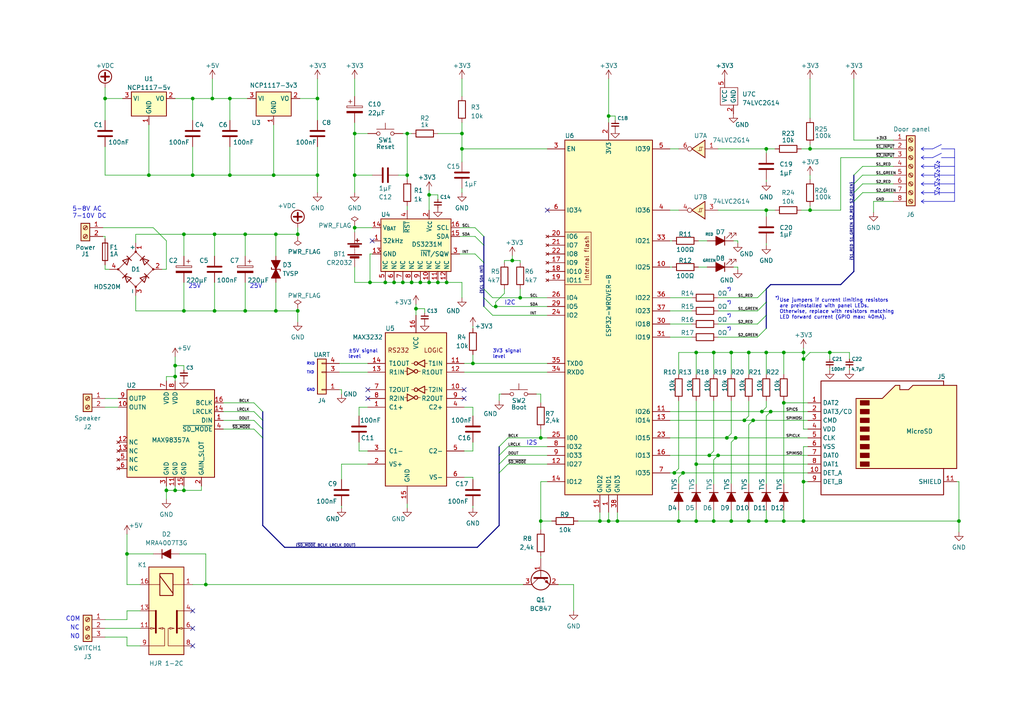
<source format=kicad_sch>
(kicad_sch (version 20230121) (generator eeschema)
  (paper "A4")
  (title_block (title "Dual-button WiFi enabled door bell") (date "2023-07-17") (rev "1.2") (company "espenandersen.no"))
  (junction (at 48.26 142.24))
  (junction (at 118.11 50.8))
  (junction (at 210.82 127))
  (junction (at 150.876 86.36))
  (junction (at 156.845 127))
  (junction (at 66.675 28.575))
  (junction (at 55.88 50.8))
  (junction (at 120.65 89.535))
  (junction (at 201.93 151.13))
  (junction (at 176.53 151.13))
  (junction (at 207.01 151.13))
  (junction (at 80.01 90.17))
  (junction (at 50.8 109.22))
  (junction (at 62.23 90.17))
  (junction (at 223.52 119.38))
  (junction (at 201.93 134.62))
  (junction (at 148.59 75.565))
  (junction (at 213.36 127))
  (junction (at 217.17 102.235))
  (junction (at 133.985 43.18))
  (junction (at 220.98 119.38))
  (junction (at 55.88 28.575))
  (junction (at 116.84 81.915))
  (junction (at 233.045 104.14))
  (junction (at 217.17 151.13))
  (junction (at 86.36 67.945))
  (junction (at 173.99 151.13))
  (junction (at 107.315 81.915))
  (junction (at 278.13 151.13))
  (junction (at 79.375 50.8))
  (junction (at 233.045 151.13))
  (junction (at 50.8 106.045))
  (junction (at 62.23 67.945))
  (junction (at 127 81.915))
  (junction (at 205.74 132.08))
  (junction (at 43.18 50.8))
  (junction (at 114.3 81.915))
  (junction (at 53.34 90.17))
  (junction (at 66.675 50.8))
  (junction (at 124.46 81.915))
  (junction (at 61.595 28.575))
  (junction (at 50.8 142.24))
  (junction (at 92.075 28.575))
  (junction (at 102.87 66.04))
  (junction (at 86.36 90.17))
  (junction (at 111.76 81.915))
  (junction (at 133.985 38.735))
  (junction (at 156.845 151.13))
  (junction (at 212.09 151.13))
  (junction (at 102.87 50.8))
  (junction (at 212.09 102.235))
  (junction (at 234.95 43.18))
  (junction (at 201.93 102.235))
  (junction (at 118.11 38.735))
  (junction (at 227.33 151.13))
  (junction (at 71.12 90.17))
  (junction (at 119.38 81.915))
  (junction (at 234.95 60.96))
  (junction (at 207.01 102.235))
  (junction (at 179.07 151.13))
  (junction (at 196.85 151.13))
  (junction (at 137.16 105.41))
  (junction (at 233.045 102.235))
  (junction (at 129.54 81.915))
  (junction (at 80.01 67.945))
  (junction (at 227.33 116.84))
  (junction (at 227.33 102.235))
  (junction (at 102.87 38.735))
  (junction (at 30.48 28.575))
  (junction (at 240.665 102.235))
  (junction (at 176.53 33.655))
  (junction (at 222.25 151.13))
  (junction (at 233.045 139.7))
  (junction (at 218.44 121.92))
  (junction (at 143.764 88.9))
  (junction (at 53.34 142.24))
  (junction (at 92.075 50.8))
  (junction (at 121.92 81.915))
  (junction (at 71.12 67.945))
  (junction (at 195.58 137.16))
  (junction (at 208.28 132.08))
  (junction (at 59.69 169.545))
  (junction (at 198.12 137.16))
  (junction (at 124.46 56.515))
  (junction (at 222.25 43.18))
  (junction (at 215.9 121.92))
  (junction (at 36.83 160.655))
  (junction (at 222.25 102.235))
  (junction (at 53.34 67.945))
  (junction (at 222.25 60.96))
  (no_connect (at 134.62 113.03))
  (no_connect (at 55.88 187.325))
  (no_connect (at 106.68 115.57))
  (no_connect (at 107.95 69.85))
  (no_connect (at 158.75 60.96))
  (no_connect (at 55.88 177.165))
  (no_connect (at 55.88 182.245))
  (no_connect (at 106.68 113.03))
  (no_connect (at 134.62 115.57))
  (bus_entry (at 247.65 53.34) (size 2.54 -2.54))
  (bus_entry (at 219.71 97.79) (size 2.54 -2.54))
  (bus_entry (at 144.78 132.08) (size 2.54 -2.54))
  (bus_entry (at 142.875 86.36) (size -2.54 -2.54))
  (bus_entry (at 144.78 129.54) (size 2.54 -2.54))
  (bus_entry (at 219.71 93.98) (size 2.54 -2.54))
  (bus_entry (at 219.71 90.17) (size 2.54 -2.54))
  (bus_entry (at 247.65 55.88) (size 2.54 -2.54))
  (bus_entry (at 144.78 134.62) (size 2.54 -2.54))
  (bus_entry (at 76.2 119.38) (size -2.54 -2.54))
  (bus_entry (at 137.795 66.04) (size 2.54 2.54))
  (bus_entry (at 76.2 121.92) (size -2.54 -2.54))
  (bus_entry (at 137.795 73.66) (size 2.54 2.54))
  (bus_entry (at 142.875 88.9) (size -2.54 -2.54))
  (bus_entry (at 142.875 91.44) (size -2.54 -2.54))
  (bus_entry (at 219.71 86.36) (size 2.54 -2.54))
  (bus_entry (at 247.65 50.8) (size 2.54 -2.54))
  (bus_entry (at 247.65 58.42) (size 2.54 -2.54))
  (bus_entry (at 73.66 121.92) (size 2.54 2.54))
  (bus_entry (at 137.795 68.58) (size 2.54 2.54))
  (bus_entry (at 144.78 137.16) (size 2.54 -2.54))
  (bus_entry (at 76.2 127) (size -2.54 -2.54))
  (polyline (pts (xy 267.335 55.88) (xy 271.145 55.88)))
  (wire (pts (xy 36.83 187.325) (xy 40.64 187.325)))
  (wire (pts (xy 134.62 107.95) (xy 158.75 107.95)))
  (wire (pts (xy 194.31 90.17) (xy 200.66 90.17)))
  (wire (pts (xy 133.35 68.58) (xy 137.795 68.58)))
  (wire (pts (xy 124.46 81.28) (xy 124.46 81.915)))
  (wire (pts (xy 179.07 148.59) (xy 179.07 151.13)))
  (wire (pts (xy 62.23 90.17) (xy 71.12 90.17)))
  (wire (pts (xy 55.88 42.545) (xy 55.88 50.8)))
  (wire (pts (xy 102.87 50.8) (xy 102.87 55.88)))
  (wire (pts (xy 102.87 38.735) (xy 106.68 38.735)))
  (wire (pts (xy 278.13 139.7) (xy 277.495 139.7)))
  (wire (pts (xy 133.985 35.56) (xy 133.985 38.735)))
  (wire (pts (xy 222.25 147.955) (xy 222.25 151.13)))
  (polyline (pts (xy 271.526 49.784) (xy 272.034 49.276)))
  (wire (pts (xy 167.64 151.13) (xy 173.99 151.13)))
  (bus (pts (xy 247.65 55.88) (xy 247.65 58.42)))
  (wire (pts (xy 215.9 121.92) (xy 218.44 121.92)))
  (polyline (pts (xy 272.034 54.61) (xy 272.034 54.356)))
  (wire (pts (xy 118.11 146.05) (xy 118.11 147.32)))
  (wire (pts (xy 147.32 129.54) (xy 158.75 129.54)))
  (wire (pts (xy 71.12 90.17) (xy 80.01 90.17)))
  (wire (pts (xy 250.19 55.88) (xy 259.08 55.88)))
  (wire (pts (xy 71.12 67.945) (xy 71.12 74.295)))
  (wire (pts (xy 48.26 109.22) (xy 50.8 109.22)))
  (polyline (pts (xy 267.335 50.8) (xy 271.145 50.8)))
  (wire (pts (xy 61.595 28.575) (xy 66.675 28.575)))
  (wire (pts (xy 213.36 127) (xy 234.315 127)))
  (polyline (pts (xy 272.288 54.61) (xy 272.542 54.61)))
  (wire (pts (xy 234.95 102.235) (xy 233.045 104.14)))
  (bus (pts (xy 138.43 158.75) (xy 144.78 152.4)))
  (wire (pts (xy 124.46 56.515) (xy 124.46 60.96)))
  (wire (pts (xy 217.17 151.13) (xy 222.25 151.13)))
  (wire (pts (xy 278.13 139.7) (xy 278.13 151.13)))
  (wire (pts (xy 129.54 81.28) (xy 129.54 81.915)))
  (wire (pts (xy 79.375 36.195) (xy 79.375 50.8)))
  (wire (pts (xy 201.93 151.13) (xy 207.01 151.13)))
  (wire (pts (xy 220.98 119.38) (xy 222.25 118.11)))
  (wire (pts (xy 30.48 50.8) (xy 43.18 50.8)))
  (wire (pts (xy 212.725 69.85) (xy 213.995 69.85)))
  (wire (pts (xy 59.69 160.655) (xy 59.69 169.545)))
  (wire (pts (xy 98.425 107.95) (xy 106.68 107.95)))
  (wire (pts (xy 194.31 69.85) (xy 194.945 69.85)))
  (polyline (pts (xy 271.145 50.165) (xy 271.145 51.435)))
  (wire (pts (xy 222.25 70.485) (xy 222.25 71.12)))
  (wire (pts (xy 196.85 116.205) (xy 196.85 135.89)))
  (bus (pts (xy 144.78 137.16) (xy 144.78 152.4)))
  (wire (pts (xy 118.11 50.8) (xy 118.11 52.07)))
  (wire (pts (xy 222.25 43.18) (xy 224.79 43.18)))
  (wire (pts (xy 144.78 114.3) (xy 144.78 116.205)))
  (wire (pts (xy 124.46 55.245) (xy 124.46 56.515)))
  (wire (pts (xy 62.23 67.945) (xy 71.12 67.945)))
  (wire (pts (xy 233.045 104.14) (xy 233.045 124.46)))
  (wire (pts (xy 233.045 151.13) (xy 278.13 151.13)))
  (polyline (pts (xy 267.208 55.88) (xy 267.97 56.388)))
  (wire (pts (xy 222.25 102.235) (xy 222.25 108.585)))
  (polyline (pts (xy 267.335 53.34) (xy 271.145 53.34)))
  (polyline (pts (xy 267.208 53.34) (xy 267.97 53.848)))
  (wire (pts (xy 222.25 120.65) (xy 223.52 119.38)))
  (wire (pts (xy 233.045 139.7) (xy 233.045 151.13)))
  (wire (pts (xy 29.845 68.58) (xy 30.48 68.58)))
  (wire (pts (xy 48.26 142.24) (xy 50.8 142.24)))
  (wire (pts (xy 156.845 124.46) (xy 156.845 127)))
  (wire (pts (xy 210.82 127) (xy 213.36 127)))
  (wire (pts (xy 137.16 146.685) (xy 137.16 147.32)))
  (bus (pts (xy 76.2 119.38) (xy 76.2 121.92)))
  (wire (pts (xy 194.31 119.38) (xy 220.98 119.38)))
  (wire (pts (xy 137.16 102.87) (xy 137.16 105.41)))
  (wire (pts (xy 137.16 94.615) (xy 137.16 95.25)))
  (polyline (pts (xy 271.526 47.244) (xy 272.034 46.736)))
  (wire (pts (xy 102.87 35.56) (xy 102.87 38.735)))
  (polyline (pts (xy 272.542 49.784) (xy 272.542 49.53)))
  (polyline (pts (xy 272.034 49.53) (xy 272.034 49.276)))
  (wire (pts (xy 210.82 127) (xy 212.09 125.73)))
  (wire (pts (xy 201.93 102.235) (xy 201.93 108.585)))
  (wire (pts (xy 227.33 116.84) (xy 234.315 116.84)))
  (wire (pts (xy 176.53 33.655) (xy 178.435 33.655)))
  (polyline (pts (xy 271.78 46.736) (xy 272.034 46.736)))
  (polyline (pts (xy 273.05 45.72) (xy 276.86 45.72)))
  (wire (pts (xy 253.365 58.42) (xy 259.08 58.42)))
  (wire (pts (xy 240.665 102.235) (xy 234.95 102.235)))
  (polyline (pts (xy 271.145 50.165) (xy 272.415 50.8)))
  (wire (pts (xy 176.53 148.59) (xy 176.53 151.13)))
  (wire (pts (xy 80.01 67.945) (xy 80.01 74.295)))
  (wire (pts (xy 58.42 140.97) (xy 58.42 142.24)))
  (wire (pts (xy 133.985 81.915) (xy 133.985 86.36)))
  (wire (pts (xy 99.06 134.62) (xy 99.06 139.065)))
  (wire (pts (xy 46.99 78.105) (xy 48.26 78.105)))
  (wire (pts (xy 80.01 67.945) (xy 86.36 67.945)))
  (wire (pts (xy 215.9 121.92) (xy 217.17 120.65)))
  (wire (pts (xy 212.725 77.47) (xy 213.995 77.47)))
  (wire (pts (xy 222.25 60.96) (xy 224.79 60.96)))
  (wire (pts (xy 218.44 121.92) (xy 234.315 121.92)))
  (wire (pts (xy 116.84 81.915) (xy 119.38 81.915)))
  (wire (pts (xy 50.8 140.97) (xy 50.8 142.24)))
  (polyline (pts (xy 272.034 52.578) (xy 272.542 52.07)))
  (wire (pts (xy 156.845 139.7) (xy 156.845 151.13)))
  (wire (pts (xy 119.38 81.28) (xy 119.38 81.915)))
  (wire (pts (xy 217.17 147.955) (xy 217.17 151.13)))
  (polyline (pts (xy 267.208 43.18) (xy 267.97 43.688)))
  (wire (pts (xy 137.16 118.11) (xy 137.16 120.65)))
  (wire (pts (xy 144.78 114.3) (xy 145.415 114.3)))
  (wire (pts (xy 53.34 67.945) (xy 53.34 74.295)))
  (polyline (pts (xy 272.034 46.99) (xy 272.034 46.736)))
  (wire (pts (xy 233.045 102.235) (xy 233.045 104.14)))
  (wire (pts (xy 62.23 67.945) (xy 62.23 74.295)))
  (polyline (pts (xy 267.97 52.832) (xy 267.208 53.34)))
  (wire (pts (xy 213.995 69.85) (xy 213.995 70.485)))
  (wire (pts (xy 36.83 160.655) (xy 36.83 169.545)))
  (wire (pts (xy 137.16 138.43) (xy 137.16 139.065)))
  (polyline (pts (xy 267.97 55.372) (xy 267.208 55.88)))
  (polyline (pts (xy 270.51 45.72) (xy 273.05 44.45)))
  (wire (pts (xy 253.365 58.42) (xy 253.365 61.595)))
  (polyline (pts (xy 272.034 50.038) (xy 272.542 49.53)))
  (polyline (pts (xy 267.208 58.42) (xy 267.97 58.928)))
  (wire (pts (xy 156.845 161.29) (xy 156.845 161.925)))
  (polyline (pts (xy 267.97 45.212) (xy 267.208 45.72)))
  (wire (pts (xy 207.01 102.235) (xy 207.01 108.585)))
  (wire (pts (xy 64.77 121.92) (xy 73.66 121.92)))
  (wire (pts (xy 133.985 54.61) (xy 133.985 55.88)))
  (wire (pts (xy 48.26 109.22) (xy 48.26 110.49)))
  (wire (pts (xy 194.31 97.79) (xy 200.66 97.79)))
  (wire (pts (xy 222.25 43.18) (xy 222.25 44.45)))
  (wire (pts (xy 133.35 73.66) (xy 137.795 73.66)))
  (wire (pts (xy 196.85 151.13) (xy 201.93 151.13)))
  (wire (pts (xy 133.985 38.735) (xy 133.985 43.18)))
  (bus (pts (xy 140.335 83.82) (xy 140.335 86.36)))
  (wire (pts (xy 150.876 83.82) (xy 150.876 86.36)))
  (wire (pts (xy 86.36 66.04) (xy 86.36 67.945)))
  (polyline (pts (xy 267.97 57.912) (xy 267.208 58.42)))
  (wire (pts (xy 30.48 76.835) (xy 30.48 78.105)))
  (bus (pts (xy 82.55 158.75) (xy 138.43 158.75)))
  (wire (pts (xy 195.58 137.16) (xy 198.12 137.16)))
  (polyline (pts (xy 271.78 49.276) (xy 272.034 49.276)))
  (wire (pts (xy 50.8 109.22) (xy 50.8 110.49)))
  (wire (pts (xy 223.52 119.38) (xy 234.315 119.38)))
  (wire (pts (xy 201.93 134.62) (xy 234.315 134.62)))
  (wire (pts (xy 107.315 73.66) (xy 107.95 73.66)))
  (wire (pts (xy 121.92 81.28) (xy 121.92 81.915)))
  (polyline (pts (xy 271.145 52.705) (xy 272.415 53.34)))
  (wire (pts (xy 133.985 22.86) (xy 133.985 27.94)))
  (wire (pts (xy 53.34 140.97) (xy 53.34 142.24)))
  (wire (pts (xy 118.11 38.735) (xy 118.11 50.8)))
  (wire (pts (xy 102.87 38.735) (xy 102.87 50.8)))
  (wire (pts (xy 50.8 106.045) (xy 53.34 106.045)))
  (wire (pts (xy 179.07 151.13) (xy 196.85 151.13)))
  (wire (pts (xy 127 81.28) (xy 127 81.915)))
  (wire (pts (xy 66.675 28.575) (xy 71.755 28.575)))
  (wire (pts (xy 212.09 102.235) (xy 212.09 108.585)))
  (wire (pts (xy 202.565 69.85) (xy 205.105 69.85)))
  (wire (pts (xy 243.84 45.72) (xy 243.84 60.96)))
  (wire (pts (xy 250.19 50.8) (xy 259.08 50.8)))
  (wire (pts (xy 137.16 128.27) (xy 137.16 130.81)))
  (polyline (pts (xy 267.97 42.672) (xy 267.208 43.18)))
  (polyline (pts (xy 271.145 52.705) (xy 271.145 53.975)))
  (wire (pts (xy 80.01 90.17) (xy 86.36 90.17)))
  (wire (pts (xy 134.62 138.43) (xy 137.16 138.43)))
  (wire (pts (xy 92.075 42.545) (xy 92.075 50.8)))
  (polyline (pts (xy 272.542 47.244) (xy 272.542 46.99)))
  (wire (pts (xy 212.09 102.235) (xy 217.17 102.235)))
  (wire (pts (xy 147.32 134.62) (xy 158.75 134.62)))
  (wire (pts (xy 173.99 151.13) (xy 176.53 151.13)))
  (wire (pts (xy 234.95 22.86) (xy 234.95 34.29)))
  (wire (pts (xy 176.53 22.86) (xy 176.53 33.655)))
  (wire (pts (xy 208.28 97.79) (xy 219.71 97.79)))
  (wire (pts (xy 102.87 66.04) (xy 107.95 66.04)))
  (wire (pts (xy 143.764 87.63) (xy 146.304 85.09)))
  (wire (pts (xy 107.315 81.915) (xy 111.76 81.915)))
  (wire (pts (xy 142.875 86.36) (xy 150.876 86.36)))
  (bus (pts (xy 243.84 82.55) (xy 247.65 78.74)))
  (wire (pts (xy 240.665 102.235) (xy 240.665 104.14)))
  (wire (pts (xy 234.95 43.18) (xy 259.08 43.18)))
  (wire (pts (xy 217.17 140.335) (xy 217.17 123.19)))
  (wire (pts (xy 148.59 75.565) (xy 150.876 75.565)))
  (wire (pts (xy 133.35 66.04) (xy 137.795 66.04)))
  (wire (pts (xy 217.17 102.235) (xy 217.17 108.585)))
  (wire (pts (xy 30.48 118.11) (xy 34.29 118.11)))
  (bus (pts (xy 76.2 124.46) (xy 76.2 127)))
  (wire (pts (xy 64.77 124.46) (xy 73.66 124.46)))
  (wire (pts (xy 36.83 177.165) (xy 40.64 177.165)))
  (polyline (pts (xy 267.208 48.26) (xy 267.97 48.768)))
  (polyline (pts (xy 271.145 55.245) (xy 272.415 55.88)))
  (wire (pts (xy 178.435 33.655) (xy 178.435 34.925)))
  (wire (pts (xy 234.95 50.8) (xy 234.95 52.07)))
  (wire (pts (xy 207.01 116.205) (xy 207.01 130.81)))
  (bus (pts (xy 140.335 86.36) (xy 140.335 88.9)))
  (wire (pts (xy 114.3 81.915) (xy 116.84 81.915)))
  (wire (pts (xy 124.46 56.515) (xy 127 56.515)))
  (wire (pts (xy 146.304 75.565) (xy 146.304 76.2)))
  (wire (pts (xy 129.54 81.915) (xy 133.985 81.915)))
  (wire (pts (xy 92.075 50.8) (xy 92.075 55.88)))
  (polyline (pts (xy 276.86 45.72) (xy 276.86 43.18)))
  (wire (pts (xy 120.65 89.535) (xy 120.65 91.44)))
  (polyline (pts (xy 272.288 46.99) (xy 272.542 46.99)))
  (wire (pts (xy 196.85 135.89) (xy 195.58 137.16)))
  (wire (pts (xy 50.8 28.575) (xy 55.88 28.575)))
  (wire (pts (xy 247.65 40.64) (xy 259.08 40.64)))
  (wire (pts (xy 61.595 28.575) (xy 55.88 28.575)))
  (wire (pts (xy 86.36 67.945) (xy 86.36 68.58)))
  (wire (pts (xy 208.28 86.36) (xy 219.71 86.36)))
  (polyline (pts (xy 272.034 47.498) (xy 272.542 46.99)))
  (polyline (pts (xy 267.335 48.26) (xy 271.145 48.26)))
  (wire (pts (xy 198.12 137.16) (xy 234.315 137.16)))
  (wire (pts (xy 205.74 132.08) (xy 208.28 132.08)))
  (wire (pts (xy 201.93 134.62) (xy 201.93 140.335)))
  (wire (pts (xy 98.425 105.41) (xy 106.68 105.41)))
  (wire (pts (xy 194.31 121.92) (xy 215.9 121.92)))
  (wire (pts (xy 50.8 103.505) (xy 50.8 106.045)))
  (wire (pts (xy 66.675 42.545) (xy 66.675 50.8)))
  (polyline (pts (xy 271.145 51.435) (xy 272.415 50.8)))
  (wire (pts (xy 146.304 85.09) (xy 146.304 83.82)))
  (wire (pts (xy 194.31 93.98) (xy 200.66 93.98)))
  (wire (pts (xy 48.26 69.85) (xy 48.26 78.105)))
  (wire (pts (xy 39.37 67.945) (xy 53.34 67.945)))
  (bus (pts (xy 140.335 76.2) (xy 140.335 83.82)))
  (polyline (pts (xy 272.415 48.26) (xy 276.86 48.26)))
  (bus (pts (xy 140.335 68.58) (xy 140.335 71.12)))
  (wire (pts (xy 207.01 140.335) (xy 207.01 133.35)))
  (wire (pts (xy 43.18 36.195) (xy 43.18 50.8)))
  (wire (pts (xy 127 81.915) (xy 129.54 81.915)))
  (polyline (pts (xy 272.415 50.8) (xy 276.86 50.8)))
  (wire (pts (xy 250.19 53.34) (xy 259.08 53.34)))
  (wire (pts (xy 232.41 43.18) (xy 234.95 43.18)))
  (wire (pts (xy 133.985 43.18) (xy 158.75 43.18)))
  (wire (pts (xy 115.57 50.8) (xy 118.11 50.8)))
  (wire (pts (xy 208.28 60.96) (xy 222.25 60.96)))
  (wire (pts (xy 29.845 66.04) (xy 44.45 66.04)))
  (polyline (pts (xy 271.145 56.515) (xy 272.415 55.88)))
  (wire (pts (xy 227.33 151.13) (xy 233.045 151.13)))
  (wire (pts (xy 66.675 50.8) (xy 79.375 50.8)))
  (bus (pts (xy 247.65 58.42) (xy 247.65 78.74)))
  (wire (pts (xy 194.31 132.08) (xy 205.74 132.08)))
  (wire (pts (xy 147.32 127) (xy 156.845 127)))
  (polyline (pts (xy 267.335 58.42) (xy 276.86 58.42)))
  (wire (pts (xy 71.12 81.915) (xy 71.12 90.17)))
  (wire (pts (xy 233.045 129.54) (xy 234.315 129.54)))
  (wire (pts (xy 48.26 140.97) (xy 48.26 142.24)))
  (wire (pts (xy 243.84 45.72) (xy 259.08 45.72)))
  (wire (pts (xy 212.09 140.335) (xy 212.09 128.27)))
  (wire (pts (xy 120.65 88.265) (xy 120.65 89.535)))
  (wire (pts (xy 156.845 114.3) (xy 156.845 116.84)))
  (wire (pts (xy 233.045 100.965) (xy 233.045 102.235)))
  (wire (pts (xy 196.85 138.43) (xy 196.85 140.335)))
  (wire (pts (xy 120.65 89.535) (xy 123.19 89.535)))
  (polyline (pts (xy 271.78 54.356) (xy 272.034 54.356)))
  (wire (pts (xy 194.31 60.96) (xy 196.85 60.96)))
  (wire (pts (xy 205.74 132.08) (xy 207.01 130.81)))
  (wire (pts (xy 222.25 116.205) (xy 222.25 118.11)))
  (wire (pts (xy 36.83 169.545) (xy 40.64 169.545)))
  (wire (pts (xy 123.19 89.535) (xy 123.19 90.805)))
  (polyline (pts (xy 271.145 55.245) (xy 271.145 56.515)))
  (wire (pts (xy 222.25 52.07) (xy 222.25 52.705)))
  (wire (pts (xy 196.85 138.43) (xy 198.12 137.16)))
  (wire (pts (xy 92.075 22.86) (xy 92.075 28.575)))
  (wire (pts (xy 234.95 41.91) (xy 234.95 43.18)))
  (wire (pts (xy 44.45 66.04) (xy 48.26 69.85)))
  (wire (pts (xy 30.48 28.575) (xy 30.48 34.925)))
  (wire (pts (xy 227.33 147.955) (xy 227.33 151.13)))
  (wire (pts (xy 43.18 50.8) (xy 55.88 50.8)))
  (wire (pts (xy 176.53 33.655) (xy 176.53 35.56)))
  (bus (pts (xy 76.2 152.4) (xy 82.55 158.75)))
  (bus (pts (xy 223.52 82.55) (xy 243.84 82.55)))
  (wire (pts (xy 102.87 65.405) (xy 102.87 66.04)))
  (wire (pts (xy 53.34 142.24) (xy 58.42 142.24)))
  (wire (pts (xy 30.48 78.105) (xy 31.75 78.105)))
  (wire (pts (xy 102.87 66.04) (xy 102.87 67.31)))
  (wire (pts (xy 102.87 77.47) (xy 102.87 81.915)))
  (wire (pts (xy 212.09 147.955) (xy 212.09 151.13)))
  (wire (pts (xy 233.045 139.7) (xy 234.315 139.7)))
  (wire (pts (xy 207.01 133.35) (xy 208.28 132.08)))
  (wire (pts (xy 220.98 119.38) (xy 223.52 119.38)))
  (wire (pts (xy 142.875 88.9) (xy 143.764 88.9)))
  (bus (pts (xy 222.25 91.44) (xy 222.25 87.63)))
  (wire (pts (xy 104.14 118.11) (xy 104.14 120.65)))
  (wire (pts (xy 30.48 68.58) (xy 30.48 69.215)))
  (wire (pts (xy 64.77 119.38) (xy 73.66 119.38)))
  (wire (pts (xy 240.665 102.235) (xy 246.38 102.235)))
  (polyline (pts (xy 271.145 47.625) (xy 272.415 48.26)))
  (polyline (pts (xy 267.208 45.72) (xy 267.97 46.228)))
  (polyline (pts (xy 271.145 47.625) (xy 271.145 48.895)))
  (wire (pts (xy 92.075 28.575) (xy 92.075 34.925)))
  (wire (pts (xy 201.93 102.235) (xy 207.01 102.235)))
  (wire (pts (xy 201.93 116.205) (xy 201.93 134.62)))
  (wire (pts (xy 142.875 91.44) (xy 158.75 91.44)))
  (wire (pts (xy 247.65 22.86) (xy 247.65 40.64)))
  (wire (pts (xy 134.62 130.81) (xy 137.16 130.81)))
  (wire (pts (xy 86.36 90.17) (xy 86.36 93.345)))
  (wire (pts (xy 53.34 90.17) (xy 62.23 90.17)))
  (wire (pts (xy 104.14 130.81) (xy 106.68 130.81)))
  (polyline (pts (xy 272.542 52.324) (xy 272.542 52.07)))
  (bus (pts (xy 222.25 87.63) (xy 222.25 83.82)))
  (wire (pts (xy 156.845 139.7) (xy 158.75 139.7)))
  (polyline (pts (xy 270.51 43.18) (xy 273.05 41.91)))
  (polyline (pts (xy 271.78 51.816) (xy 272.034 51.816)))
  (wire (pts (xy 222.25 60.96) (xy 222.25 62.865)))
  (wire (pts (xy 50.8 142.24) (xy 53.34 142.24)))
  (wire (pts (xy 30.48 28.575) (xy 35.56 28.575)))
  (polyline (pts (xy 272.034 55.118) (xy 272.542 54.61)))
  (wire (pts (xy 111.76 81.915) (xy 114.3 81.915)))
  (wire (pts (xy 148.59 74.168) (xy 148.59 75.565)))
  (wire (pts (xy 104.14 118.11) (xy 106.68 118.11)))
  (wire (pts (xy 166.37 169.545) (xy 166.37 177.165)))
  (wire (pts (xy 118.11 59.69) (xy 118.11 60.96)))
  (wire (pts (xy 196.85 102.235) (xy 196.85 108.585)))
  (wire (pts (xy 39.37 67.945) (xy 39.37 70.485)))
  (wire (pts (xy 116.84 81.28) (xy 116.84 81.915)))
  (wire (pts (xy 118.11 38.735) (xy 119.38 38.735)))
  (wire (pts (xy 64.77 116.84) (xy 73.66 116.84)))
  (wire (pts (xy 127 38.735) (xy 133.985 38.735)))
  (wire (pts (xy 194.31 43.18) (xy 196.85 43.18)))
  (wire (pts (xy 102.87 81.915) (xy 107.315 81.915)))
  (wire (pts (xy 124.46 81.915) (xy 127 81.915)))
  (wire (pts (xy 150.876 75.565) (xy 150.876 76.2)))
  (wire (pts (xy 212.09 128.27) (xy 213.36 127)))
  (bus (pts (xy 144.78 134.62) (xy 144.78 137.16)))
  (wire (pts (xy 208.28 90.17) (xy 219.71 90.17)))
  (wire (pts (xy 80.01 81.915) (xy 80.01 90.17)))
  (wire (pts (xy 196.85 147.955) (xy 196.85 151.13)))
  (wire (pts (xy 240.665 107.315) (xy 240.665 106.68)))
  (bus (pts (xy 144.78 132.08) (xy 144.78 134.62)))
  (wire (pts (xy 99.06 146.685) (xy 99.06 147.32)))
  (wire (pts (xy 222.25 140.335) (xy 222.25 120.65)))
  (polyline (pts (xy 272.288 49.53) (xy 272.542 49.53)))
  (wire (pts (xy 114.3 81.28) (xy 114.3 81.915)))
  (wire (pts (xy 227.33 116.205) (xy 227.33 116.84)))
  (polyline (pts (xy 273.05 43.18) (xy 276.86 43.18)))
  (polyline (pts (xy 272.034 52.07) (xy 272.034 51.816)))
  (wire (pts (xy 133.985 43.18) (xy 133.985 46.99)))
  (wire (pts (xy 30.48 182.245) (xy 40.64 182.245)))
  (wire (pts (xy 36.83 177.165) (xy 36.83 179.705)))
  (wire (pts (xy 52.07 160.655) (xy 59.69 160.655)))
  (wire (pts (xy 55.88 28.575) (xy 55.88 34.925)))
  (wire (pts (xy 36.83 184.785) (xy 36.83 187.325)))
  (wire (pts (xy 102.87 50.8) (xy 107.95 50.8)))
  (bus (pts (xy 247.65 53.34) (xy 247.65 55.88)))
  (wire (pts (xy 127 56.515) (xy 127 57.785)))
  (polyline (pts (xy 276.86 58.42) (xy 276.86 45.72)))
  (wire (pts (xy 161.925 169.545) (xy 166.37 169.545)))
  (bus (pts (xy 222.25 95.25) (xy 222.25 91.44)))
  (wire (pts (xy 148.59 75.565) (xy 146.304 75.565)))
  (wire (pts (xy 48.26 142.24) (xy 48.26 144.78)))
  (wire (pts (xy 86.995 28.575) (xy 92.075 28.575)))
  (wire (pts (xy 207.01 147.955) (xy 207.01 151.13)))
  (wire (pts (xy 232.41 60.96) (xy 234.95 60.96)))
  (wire (pts (xy 246.38 102.235) (xy 246.38 104.14)))
  (wire (pts (xy 143.764 87.63) (xy 143.764 88.9)))
  (wire (pts (xy 71.12 67.945) (xy 80.01 67.945)))
  (polyline (pts (xy 272.415 53.34) (xy 276.86 53.34)))
  (wire (pts (xy 55.88 169.545) (xy 59.69 169.545)))
  (polyline (pts (xy 272.415 50.165) (xy 272.415 51.435)))
  (polyline (pts (xy 267.97 47.752) (xy 267.208 48.26)))
  (polyline (pts (xy 272.415 55.245) (xy 272.415 56.515)))
  (wire (pts (xy 250.19 48.26) (xy 259.08 48.26)))
  (wire (pts (xy 36.83 154.94) (xy 36.83 160.655)))
  (wire (pts (xy 121.92 81.915) (xy 124.46 81.915)))
  (wire (pts (xy 207.01 151.13) (xy 212.09 151.13)))
  (wire (pts (xy 134.62 105.41) (xy 137.16 105.41)))
  (wire (pts (xy 208.28 132.08) (xy 234.315 132.08)))
  (wire (pts (xy 278.13 151.13) (xy 278.13 154.305)))
  (wire (pts (xy 30.48 115.57) (xy 34.29 115.57)))
  (wire (pts (xy 156.845 151.13) (xy 156.845 153.67)))
  (wire (pts (xy 30.48 42.545) (xy 30.48 50.8)))
  (polyline (pts (xy 272.415 52.705) (xy 272.415 53.975)))
  (wire (pts (xy 217.17 123.19) (xy 218.44 121.92)))
  (wire (pts (xy 194.31 127) (xy 210.82 127)))
  (wire (pts (xy 217.17 116.205) (xy 217.17 120.65)))
  (wire (pts (xy 39.37 85.725) (xy 39.37 90.17)))
  (wire (pts (xy 234.95 60.96) (xy 243.84 60.96)))
  (wire (pts (xy 156.845 127) (xy 158.75 127)))
  (wire (pts (xy 207.01 102.235) (xy 212.09 102.235)))
  (wire (pts (xy 227.33 102.235) (xy 227.33 108.585)))
  (wire (pts (xy 227.33 102.235) (xy 233.045 102.235)))
  (wire (pts (xy 227.33 116.84) (xy 227.33 140.335)))
  (wire (pts (xy 246.38 107.315) (xy 246.38 106.68)))
  (wire (pts (xy 201.93 147.955) (xy 201.93 151.13)))
  (wire (pts (xy 53.34 106.045) (xy 53.34 107.315)))
  (wire (pts (xy 194.31 86.36) (xy 200.66 86.36)))
  (polyline (pts (xy 272.542 54.864) (xy 272.542 54.61)))
  (polyline (pts (xy 267.335 43.18) (xy 270.51 43.18)))
  (wire (pts (xy 99.06 134.62) (xy 106.68 134.62)))
  (wire (pts (xy 55.88 50.8) (xy 66.675 50.8)))
  (wire (pts (xy 36.83 160.655) (xy 44.45 160.655)))
  (wire (pts (xy 111.76 81.28) (xy 111.76 81.915)))
  (polyline (pts (xy 271.526 54.864) (xy 272.034 54.356)))
  (wire (pts (xy 59.69 169.545) (xy 151.765 169.545)))
  (polyline (pts (xy 267.335 45.72) (xy 270.51 45.72)))
  (bus (pts (xy 76.2 127) (xy 76.2 152.4)))
  (polyline (pts (xy 272.288 52.07) (xy 272.542 52.07)))
  (wire (pts (xy 150.876 86.36) (xy 158.75 86.36)))
  (wire (pts (xy 147.32 132.08) (xy 158.75 132.08)))
  (wire (pts (xy 99.06 114.3) (xy 99.06 113.03)))
  (polyline (pts (xy 267.208 50.8) (xy 267.97 51.308)))
  (wire (pts (xy 86.36 89.535) (xy 86.36 90.17)))
  (wire (pts (xy 30.48 179.705) (xy 36.83 179.705)))
  (wire (pts (xy 194.31 77.47) (xy 194.945 77.47)))
  (wire (pts (xy 61.595 22.86) (xy 61.595 28.575)))
  (wire (pts (xy 116.84 38.735) (xy 118.11 38.735)))
  (wire (pts (xy 196.85 102.235) (xy 201.93 102.235)))
  (polyline (pts (xy 271.526 52.324) (xy 272.034 51.816)))
  (bus (pts (xy 247.65 50.8) (xy 247.65 53.34)))
  (wire (pts (xy 156.845 151.13) (xy 160.02 151.13)))
  (bus (pts (xy 140.335 71.12) (xy 140.335 76.2)))
  (wire (pts (xy 30.48 184.785) (xy 36.83 184.785)))
  (wire (pts (xy 104.14 128.27) (xy 104.14 130.81)))
  (wire (pts (xy 137.16 105.41) (xy 158.75 105.41)))
  (bus (pts (xy 222.25 83.82) (xy 223.52 82.55)))
  (wire (pts (xy 50.8 106.045) (xy 50.8 109.22)))
  (wire (pts (xy 62.23 81.915) (xy 62.23 90.17)))
  (wire (pts (xy 208.28 43.18) (xy 222.25 43.18)))
  (wire (pts (xy 222.25 102.235) (xy 227.33 102.235)))
  (wire (pts (xy 213.995 77.47) (xy 213.995 78.105)))
  (wire (pts (xy 119.38 81.915) (xy 121.92 81.915)))
  (polyline (pts (xy 272.415 55.88) (xy 276.86 55.88)))
  (wire (pts (xy 212.09 151.13) (xy 217.17 151.13)))
  (wire (pts (xy 222.25 151.13) (xy 227.33 151.13)))
  (polyline (pts (xy 271.145 53.975) (xy 272.415 53.34)))
  (bus (pts (xy 144.78 129.54) (xy 144.78 132.08)))
  (wire (pts (xy 53.34 81.915) (xy 53.34 90.17)))
  (wire (pts (xy 176.53 151.13) (xy 179.07 151.13)))
  (wire (pts (xy 233.045 124.46) (xy 234.315 124.46)))
  (wire (pts (xy 134.62 118.11) (xy 137.16 118.11)))
  (polyline (pts (xy 271.145 48.895) (xy 272.415 48.26)))
  (wire (pts (xy 212.09 116.205) (xy 212.09 125.73)))
  (wire (pts (xy 217.17 102.235) (xy 222.25 102.235)))
  (wire (pts (xy 202.565 77.47) (xy 205.105 77.47)))
  (polyline (pts (xy 267.97 50.292) (xy 267.208 50.8)))
  (wire (pts (xy 234.95 59.69) (xy 234.95 60.96)))
  (polyline (pts (xy 272.415 47.625) (xy 272.415 48.895)))
  (wire (pts (xy 208.28 93.98) (xy 219.71 93.98)))
  (wire (pts (xy 79.375 50.8) (xy 92.075 50.8)))
  (wire (pts (xy 102.87 22.86) (xy 102.87 27.94)))
  (wire (pts (xy 30.48 25.4) (xy 30.48 28.575)))
  (wire (pts (xy 194.31 137.16) (xy 195.58 137.16)))
  (wire (pts (xy 66.675 28.575) (xy 66.675 34.925)))
  (wire (pts (xy 233.045 129.54) (xy 233.045 139.7)))
  (bus (pts (xy 76.2 121.92) (xy 76.2 124.46)))
  (wire (pts (xy 107.315 73.66) (xy 107.315 81.915)))
  (wire (pts (xy 143.764 88.9) (xy 158.75 88.9)))
  (wire (pts (xy 173.99 148.59) (xy 173.99 151.13)))
  (wire (pts (xy 98.425 113.03) (xy 99.06 113.03)))
  (wire (pts (xy 155.575 114.3) (xy 156.845 114.3)))
  (wire (pts (xy 53.34 67.945) (xy 62.23 67.945)))
  (wire (pts (xy 39.37 90.17) (xy 53.34 90.17)))
  (text "TXD" (at 88.9 108.585 0) (effects (font (size 0.762 0.762)) (justify left bottom)))
  (text "RXD" (at 88.9 106.045 0) (effects (font (size 0.762 0.762)) (justify left bottom)))
  (text "3V3 signal\nlevel" (at 142.875 104.14 0) (effects (font (size 1.016 1.016)) (justify left bottom)))
  (text "*)" (at 210.82 88.265 0) (effects (font (size 0.762 0.762)) (justify left bottom)))
  (text "NC" (at 20.32 182.88 0) (effects (font (size 1.27 1.27)) (justify left bottom)))
  (text "GND" (at 88.9 113.665 0) (effects (font (size 0.762 0.762)) (justify left bottom)))
  (text "*)" (at 224.79 86.995 0) (effects (font (size 0.762 0.762)) (justify left bottom)))
  (text "*)" (at 210.82 84.455 0) (effects (font (size 0.762 0.762)) (justify left bottom)))
  (text "NO" (at 20.32 185.42 0) (effects (font (size 1.27 1.27)) (justify left bottom)))
  (text "±5V signal\nlevel" (at 100.965 104.14 0) (effects (font (size 1.016 1.016)) (justify left bottom)))
  (text "25V" (at 72.39 83.82 0) (effects (font (size 1.27 1.27)) (justify left bottom)))
  (text "*)" (at 210.82 95.885 0) (effects (font (size 0.762 0.762)) (justify left bottom)))
  (text "25V" (at 54.61 83.82 0) (effects (font (size 1.27 1.27)) (justify left bottom)))
  (text "*)" (at 210.82 92.075 0) (effects (font (size 0.762 0.762)) (justify left bottom)))
  (text "COM" (at 19.05 180.34 0) (effects (font (size 1.27 1.27)) (justify left bottom)))
  (text "I2S" (at 152.654 129.286 0) (effects (font (size 1.27 1.27)) (justify left bottom)))
  (text "Use jumpers if current limiting resistors\nare preinstalled with panel LEDs.\nOtherwise, replace with resistors matching\nLED forward current (GPIO max: 40mA)." (at 226.06 92.71 0) (effects (font (size 1.016 1.016)) (justify left bottom)))
  (text "5-8V AC\n7-10V DC" (at 20.955 63.5 0) (effects (font (size 1.27 1.27)) (justify left bottom)))
  (text "I2C" (at 146.304 88.646 0) (effects (font (size 1.27 1.27)) (justify left bottom)))
  (label "BCLK" (at 147.32 127 0) (effects (font (size 0.762 0.762))))
  (label "LRCLK" (at 72.39 119.38 180) (effects (font (size 0.762 0.762))))
  (label "DOUT" (at 72.39 121.92 180) (effects (font (size 0.762 0.762))))
  (label "BCLK" (at 72.39 116.84 180) (effects (font (size 0.762 0.762))))
  (label "SCL" (at 153.67 86.36 0) (effects (font (size 0.762 0.762))))
  (label "SCL" (at 133.985 66.04 0) (effects (font (size 0.762 0.762))))
  (label "+3V3" (at 254 40.64 0) (effects (font (size 0.762 0.762))))
  (label "~{S2_INPUT}" (at 254 45.72 0) (effects (font (size 0.762 0.762))))
  (label "S2_GREEN" (at 254 55.88 0) (effects (font (size 0.762 0.762))))
  (label "INT" (at 153.67 91.44 0) (effects (font (size 0.762 0.762))))
  (label "~{SD_MODE}" (at 147.32 134.62 0) (effects (font (size 0.762 0.762))))
  (label "{S1_RED S1_GREEN S2_RED S2_GREEN}" (at 247.65 75.565 90) (effects (font (size 0.762 0.762))))
  (label "DOUT" (at 147.32 132.08 0) (effects (font (size 0.762 0.762))))
  (label "SDA" (at 153.67 88.9 0) (effects (font (size 0.762 0.762))))
  (label "SPIMOSI" (at 227.965 121.92 0) (effects (font (size 0.762 0.762))))
  (label "S1_RED" (at 213.995 86.36 0) (effects (font (size 0.762 0.762))))
  (label "SPIMISO" (at 227.965 132.08 0) (effects (font (size 0.762 0.762))))
  (label "S1_GREEN" (at 254 50.8 0) (effects (font (size 0.762 0.762))))
  (label "S2_RED" (at 254 53.34 0) (effects (font (size 0.762 0.762))))
  (label "INT" (at 133.985 73.66 0) (effects (font (size 0.762 0.762))))
  (label "LRCLK" (at 147.32 129.54 0) (effects (font (size 0.762 0.762))))
  (label "GND" (at 254 58.42 0) (effects (font (size 0.762 0.762))))
  (label "SDA" (at 133.985 68.58 0) (effects (font (size 0.762 0.762))))
  (label "{SCL SDA INT}" (at 140.335 76.835 270) (effects (font (size 0.762 0.762))))
  (label "SPICS" (at 227.965 119.38 0) (effects (font (size 0.762 0.762))))
  (label "S2_GREEN" (at 213.995 97.79 0) (effects (font (size 0.762 0.762))))
  (label "SPICLK" (at 227.965 127 0) (effects (font (size 0.762 0.762))))
  (label "S2_RED" (at 213.995 93.98 0) (effects (font (size 0.762 0.762))))
  (label "~{S1_INPUT}" (at 254 43.18 0) (effects (font (size 0.762 0.762))))
  (label "S1_GREEN" (at 213.995 90.17 0) (effects (font (size 0.762 0.762))))
  (label "{~{SD_MODE} BCLK LRCLK DOUT}" (at 85.725 158.75 0) (effects (font (size 0.762 0.762))))
  (label "S1_RED" (at 254 48.26 0) (effects (font (size 0.762 0.762))))
  (label "~{SD_MODE}" (at 67.31 124.46 0) (effects (font (size 0.762 0.762))))
  (symbol (lib_id "Device:C") (at 111.76 50.8 90) (mirror x) (unit 1)
    (property "Reference" "C12" (at 111.76 57.15 90))
    (property "Value" "1µF" (at 111.76 54.61 90))
    (property "Footprint" "Capacitor_SMD:C_0805_2012Metric_Pad1.18x1.45mm_HandSolder" (effects hide))
  )
  (symbol (lib_id "power:GND") (at 278.13 154.305 0) (unit 1)
    (property "Reference" "#PWR041" (effects hide))
    (property "Value" "GND" (at 278.13 158.75 0))
  )
  (symbol (lib_id "Device:D_Filled") (at 196.85 144.145 90) (mirror x) (unit 1)
    (property "Reference" "D4" (at 193.675 147.32 90) (effects (justify right)))
    (property "Value" "TVS" (at 195.58 142.24 0) (effects (justify right)))
    (property "Footprint" "Diode_SMD:D_SOD-523" (effects hide))
    (property "Sim.Device" "D" (effects hide))
    (property "Sim.Pins" "1=K 2=A" (effects hide))
  )
  (symbol (lib_id "power:PWR_FLAG") (at 86.36 89.535 0) (mirror y) (unit 1)
    (property "Reference" "#FLG02" (effects hide))
    (property "Value" "PWR_FLAG" (at 88.265 85.725 0))
  )
  (symbol (lib_id "Device:D_Filled") (at 222.25 144.145 90) (mirror x) (unit 1)
    (property "Reference" "D11" (at 218.44 147.32 90) (effects (justify right)))
    (property "Value" "TVS" (at 220.98 142.24 0) (effects (justify right)))
    (property "Footprint" "Diode_SMD:D_SOD-523" (effects hide))
    (property "Sim.Device" "D" (effects hide))
    (property "Sim.Pins" "1=K 2=A" (effects hide))
  )
  (symbol (lib_id "power:+VDC") (at 86.36 66.04 0) (unit 1)
    (property "Reference" "#PWR07" (effects hide))
    (property "Value" "+VDC" (at 83.185 59.69 0))
  )
  (symbol (lib_id "power:+3V3") (at 234.95 22.86 0) (unit 1)
    (property "Reference" "#PWR037" (effects hide))
    (property "Value" "+3V3" (at 234.95 19.05 0))
  )
  (symbol (lib_id "power:GND") (at 99.06 147.32 0) (unit 1)
    (property "Reference" "#PWR012" (effects hide))
    (property "Value" "GND" (at 96.52 150.495 0))
  )
  (symbol (lib_id "Device:C") (at 104.14 124.46 0) (mirror y) (unit 1)
    (property "Reference" "C11" (at 108.585 127 0) (effects (justify left)))
    (property "Value" "100nF" (at 110.49 121.92 0) (effects (justify left)))
    (property "Footprint" "Capacitor_SMD:C_0805_2012Metric_Pad1.18x1.45mm_HandSolder" (effects hide))
  )
  (symbol (lib_id "power:+5V") (at 61.595 22.86 0) (unit 1)
    (property "Reference" "#PWR06" (effects hide))
    (property "Value" "+5V" (at 61.595 19.05 0))
  )
  (symbol (lib_id "Interface_UART_espena:MAX3232") (at 120.65 119.38 0) (unit 1)
    (property "Reference" "U5" (at 111.76 95.25 0) (effects (justify left)))
    (property "Value" "MAX3232" (at 102.235 97.79 0) (effects (justify left)))
    (property "Footprint" "Package_SO_espena:TSSOP-16-1EP_4.4x5mm_P0.65mm" (effects hide))
    (property "Datasheet" "https://datasheets.maximintegrated.com/en/ds/MAX3222-MAX3241.pdf" (effects hide))
  )
  (symbol (lib_id "Device:Battery") (at 102.87 72.39 0) (unit 1)
    (property "Reference" "BT1" (at 100.33 73.66 0) (effects (justify right)))
    (property "Value" "CR2032" (at 102.235 76.2 0) (effects (justify right)))
    (property "Footprint" "Battery:BatteryHolder_Keystone_1058_1x2032" (effects hide))
  )
  (symbol (lib_id "Device:R") (at 234.95 55.88 0) (mirror x) (unit 1)
    (property "Reference" "R26" (at 238.125 55.245 0))
    (property "Value" "100k" (at 238.76 57.15 0))
    (property "Footprint" "Resistor_SMD:R_0805_2012Metric_Pad1.20x1.40mm_HandSolder" (effects hide))
  )
  (symbol (lib_id "power:+5V") (at 50.8 103.505 0) (unit 1)
    (property "Reference" "#PWR04" (effects hide))
    (property "Value" "+5V" (at 53.34 100.965 0))
  )
  (symbol (lib_id "Connector:Screw_Terminal_01x02") (at 24.765 66.04 0) (mirror y) (unit 1)
    (property "Reference" "J1" (at 24.765 73.66 0))
    (property "Value" "Power" (at 24.765 71.755 0))
    (property "Footprint" "TerminalBlock_Phoenix_espena:TerminalBlock_Phoenix_PT-1,5-2-3.5-H_1x02_P3.50mm_Horizontal_stackable" (effects hide))
  )
  (symbol (lib_id "power:GND") (at 48.26 144.78 0) (unit 1)
    (property "Reference" "#PWR03" (effects hide))
    (property "Value" "GND" (at 48.26 149.225 0))
  )
  (symbol (lib_id "power:+5V") (at 36.83 154.94 0) (unit 1)
    (property "Reference" "#PWR02" (effects hide))
    (property "Value" "+5V" (at 39.37 152.4 0))
  )
  (symbol (lib_id "power:GND") (at 137.16 147.32 0) (unit 1)
    (property "Reference" "#PWR024" (effects hide))
    (property "Value" "GND" (at 137.16 151.765 0))
  )
  (symbol (lib_id "Device:C_Polarized") (at 71.12 78.105 0) (mirror y) (unit 1)
    (property "Reference" "C7" (at 66.675 75.565 0) (effects (justify right)))
    (property "Value" "220µF" (at 71.755 81.28 0) (effects (justify right)))
    (property "Footprint" "Capacitor_SMD:CP_Elec_6.3x9.9" (effects hide))
  )
  (symbol (lib_id "Device:R") (at 217.17 112.395 0) (mirror y) (unit 1)
    (property "Reference" "R20" (at 215.9 107.95 0) (effects (justify left)))
    (property "Value" "10k" (at 215.265 113.665 90) (effects (justify left)))
    (property "Footprint" "Resistor_SMD:R_0805_2012Metric_Pad1.20x1.40mm_HandSolder" (effects hide))
  )
  (symbol (lib_id "Device:C") (at 55.88 38.735 0) (unit 1)
    (property "Reference" "C4" (at 56.515 36.195 0) (effects (justify left)))
    (property "Value" "100nF" (at 48.895 41.275 0) (effects (justify left)))
    (property "Footprint" "Capacitor_SMD:C_0805_2012Metric_Pad1.18x1.45mm_HandSolder" (effects hide))
  )
  (symbol (lib_id "Device:D_Filled") (at 201.93 144.145 90) (mirror x) (unit 1)
    (property "Reference" "D5" (at 198.755 147.32 90) (effects (justify right)))
    (property "Value" "TVS" (at 200.66 142.24 0) (effects (justify right)))
    (property "Footprint" "Diode_SMD:D_SOD-523" (effects hide))
    (property "Sim.Device" "D" (effects hide))
    (property "Sim.Pins" "1=K 2=A" (effects hide))
  )
  (symbol (lib_id "Device:D_Filled") (at 48.26 160.655 0) (unit 1)
    (property "Reference" "D2" (at 48.26 154.94 0))
    (property "Value" "MRA4007T3G" (at 48.26 157.48 0))
    (property "Footprint" "Diode_SMD:D_SMB_Handsoldering" (effects hide))
    (property "Sim.Device" "D" (effects hide))
    (property "Sim.Pins" "1=K 2=A" (effects hide))
  )
  (symbol (lib_id "Connector:Micro_SD_Card_Det_Hirose_DM3AT") (at 257.175 127 0) (unit 1)
    (property "Reference" "J5" (at 273.05 109.22 0))
    (property "Value" "MicroSD" (at 266.7 125.095 0))
    (property "Footprint" "Connector_Card:microSD_HC_Hirose_DM3AT-SF-PEJM5" (effects hide))
    (property "Datasheet" "https://www.hirose.com/product/en/download_file/key_name/DM3/category/Catalog/doc_file_id/49662/?file_category_id=4&item_id=195&is_series=1" (effects hide))
  )
  (symbol (lib_id "Device:D_Filled") (at 227.33 144.145 90) (mirror x) (unit 1)
    (property "Reference" "D12" (at 223.52 147.32 90) (effects (justify right)))
    (property "Value" "TVS" (at 226.06 142.24 0) (effects (justify right)))
    (property "Footprint" "Diode_SMD:D_SOD-523" (effects hide))
    (property "Sim.Device" "D" (effects hide))
    (property "Sim.Pins" "1=K 2=A" (effects hide))
  )
  (symbol (lib_id "74xGxx_espena:74LVC2G14") (at 211.455 27.94 0) (unit 3)
    (property "Reference" "U7" (at 215.265 27.305 0) (effects (justify left)))
    (property "Value" "74LVC2G14" (at 215.265 29.845 0) (effects (justify left)))
    (property "Footprint" "Package_TO_SOT_SMD:TSOT-23-6" (effects hide))
    (property "Datasheet" "https://www.ti.com/lit/ds/symlink/sn74lvc2g14.pdf" (effects hide))
  )
  (symbol (lib_id "Device:D_TVS_Filled") (at 80.01 78.105 90) (unit 1)
    (property "Reference" "D3" (at 81.915 76.835 90) (effects (justify right)))
    (property "Value" "TVSP" (at 81.915 79.375 90) (effects (justify right)))
    (property "Footprint" "Diode_SMD_espena:DO-214AA-2" (effects hide))
  )
  (symbol (lib_id "Connector:Screw_Terminal_01x08") (at 264.16 48.26 0) (unit 1)
    (property "Reference" "J6" (at 262.89 62.23 0) (effects (justify left)))
    (property "Value" "Door panel" (at 259.08 37.465 0) (effects (justify left)))
    (property "Footprint" "TerminalBlock_Phoenix_espena:TerminalBlock_Phoenix_PT-1,5-8-3.5-H_1x08_P3.50mm_Horizontal_stackable" (effects hide))
  )
  (symbol (lib_id "Device:C") (at 137.16 142.875 0) (mirror y) (unit 1)
    (property "Reference" "C17" (at 135.89 140.335 0) (effects (justify left)))
    (property "Value" "100nF" (at 135.89 145.415 0) (effects (justify left)))
    (property "Footprint" "Capacitor_SMD:C_0805_2012Metric_Pad1.18x1.45mm_HandSolder" (effects hide))
  )
  (symbol (lib_id "power:GND") (at 212.725 33.02 0) (unit 1)
    (property "Reference" "#PWR031" (effects hide))
    (property "Value" "GND" (at 215.265 36.195 0))
  )
  (symbol (lib_id "power:GND") (at 222.25 52.705 0) (unit 1)
    (property "Reference" "#PWR034" (effects hide))
    (property "Value" "GND" (at 222.25 57.15 0))
  )
  (symbol (lib_id "Device:R") (at 198.755 77.47 90) (unit 1)
    (property "Reference" "R12" (at 198.755 75.565 90))
    (property "Value" "100Ω" (at 198.755 80.01 90))
    (property "Footprint" "Resistor_SMD:R_0805_2012Metric_Pad1.20x1.40mm_HandSolder" (effects hide))
  )
  (symbol (lib_id "power:GND") (at 253.365 61.595 0) (unit 1)
    (property "Reference" "#PWR040" (effects hide))
    (property "Value" "GND" (at 253.365 66.04 0))
  )
  (symbol (lib_id "Device:R") (at 234.95 38.1 0) (mirror x) (unit 1)
    (property "Reference" "R25" (at 238.125 37.465 0))
    (property "Value" "100k" (at 238.76 39.37 0))
    (property "Footprint" "Resistor_SMD:R_0805_2012Metric_Pad1.20x1.40mm_HandSolder" (effects hide))
  )
  (symbol (lib_id "Relay_espena:TIANBO-HJR-1-2C-L-05V") (at 48.26 177.165 270) (unit 1)
    (property "Reference" "K1" (at 41.275 163.83 90))
    (property "Value" "HJR 1-2C" (at 48.26 192.405 90))
    (property "Footprint" "Relay_THT_espena:Relay_Tianbo_HJR-1-2C" (effects hide))
    (property "Datasheet" "https://www.jcce.eu/en/index.php?controller=attachment&id_attachment=1457" (effects hide))
  )
  (symbol (lib_id "Device:R") (at 228.6 60.96 90) (unit 1)
    (property "Reference" "R24" (at 228.6 55.88 90))
    (property "Value" "10k" (at 228.6 58.42 90))
    (property "Footprint" "Resistor_SMD:R_0805_2012Metric_Pad1.20x1.40mm_HandSolder" (effects hide))
  )
  (symbol (lib_id "power:GND") (at 127 60.325 0) (unit 1)
    (property "Reference" "#PWR019" (effects hide))
    (property "Value" "GND" (effects hide))
  )
  (symbol (lib_id "power:GND") (at 133.985 55.88 0) (unit 1)
    (property "Reference" "#PWR021" (effects hide))
    (property "Value" "GND" (at 133.985 60.325 0))
  )
  (symbol (lib_id "Device:C") (at 137.16 124.46 0) (unit 1)
    (property "Reference" "C16" (at 132.715 127 0) (effects (justify left)))
    (property "Value" "100nF" (at 130.81 121.92 0) (effects (justify left)))
    (property "Footprint" "Capacitor_SMD:C_0805_2012Metric_Pad1.18x1.45mm_HandSolder" (effects hide))
  )
  (symbol (lib_id "power:GND") (at 123.19 93.345 0) (unit 1)
    (property "Reference" "#PWR017" (effects hide))
    (property "Value" "GND" (effects hide))
  )
  (symbol (lib_id "power:+3V3") (at 233.045 100.965 0) (unit 1)
    (property "Reference" "#PWR036" (effects hide))
    (property "Value" "+3V3" (at 233.045 97.155 0))
  )
  (symbol (lib_id "Device:R") (at 204.47 90.17 90) (unit 1)
    (property "Reference" "R15" (at 199.39 88.9 90))
    (property "Value" "0Ω" (at 209.55 88.9 90))
    (property "Footprint" "Resistor_SMD:R_0805_2012Metric_Pad1.20x1.40mm_HandSolder" (effects hide))
  )
  (symbol (lib_id "Switch:SW_Push") (at 111.76 38.735 0) (unit 1)
    (property "Reference" "SW1" (at 111.76 40.64 0))
    (property "Value" "Reset" (at 111.76 42.545 0))
    (property "Footprint" "Button_Switch_SMD_espena:SW_SPST_TL3301_6x6mm_H4.3mm" (effects hide))
  )
  (symbol (lib_id "Device:C") (at 92.075 38.735 0) (unit 1)
    (property "Reference" "C8" (at 93.345 35.56 0) (effects (justify left)))
    (property "Value" "100nF" (at 85.725 41.275 0) (effects (justify left)))
    (property "Footprint" "Capacitor_SMD:C_0805_2012Metric_Pad1.18x1.45mm_HandSolder" (effects hide))
  )
  (symbol (lib_id "power:GND") (at 240.665 107.315 0) (unit 1)
    (property "Reference" "#PWR042" (effects hide))
    (property "Value" "GND" (effects hide))
  )
  (symbol (lib_id "Device:C") (at 222.25 66.675 0) (unit 1)
    (property "Reference" "C20" (at 226.06 66.04 0) (effects (justify left)))
    (property "Value" "1µF" (at 226.06 67.945 0) (effects (justify left)))
    (property "Footprint" "Capacitor_SMD:C_0805_2012Metric_Pad1.18x1.45mm_HandSolder" (effects hide))
  )
  (symbol (lib_id "power:PWR_FLAG") (at 102.87 65.405 0) (mirror y) (unit 1)
    (property "Reference" "#FLG03" (effects hide))
    (property "Value" "PWR_FLAG" (at 97.155 65.405 0))
  )
  (symbol (lib_id "Device:R") (at 196.85 112.395 0) (mirror y) (unit 1)
    (property "Reference" "R10" (at 196.215 107.95 0) (effects (justify left)))
    (property "Value" "10k" (at 194.945 113.665 90) (effects (justify left)))
    (property "Footprint" "Resistor_SMD:R_0805_2012Metric_Pad1.20x1.40mm_HandSolder" (effects hide))
  )
  (symbol (lib_id "Device:D_Filled") (at 217.17 144.145 90) (mirror x) (unit 1)
    (property "Reference" "D10" (at 213.36 147.32 90) (effects (justify right)))
    (property "Value" "TVS" (at 215.9 142.24 0) (effects (justify right)))
    (property "Footprint" "Diode_SMD:D_SOD-523" (effects hide))
    (property "Sim.Device" "D" (effects hide))
    (property "Sim.Pins" "1=K 2=A" (effects hide))
  )
  (symbol (lib_id "power:GND") (at 118.11 147.32 0) (unit 1)
    (property "Reference" "#PWR015" (effects hide))
    (property "Value" "GND" (at 115.57 150.495 0))
  )
  (symbol (lib_id "power:+3V3") (at 148.59 74.168 0) (mirror y) (unit 1)
    (property "Reference" "#PWR026" (effects hide))
    (property "Value" "+3V3" (at 149.225 70.358 0))
  )
  (symbol (lib_id "Regulator_Linear:NCP1117-3.3_SOT223") (at 79.375 28.575 0) (unit 1)
    (property "Reference" "U3" (at 74.295 35.56 0))
    (property "Value" "NCP1117-3v3" (at 79.375 24.765 0))
    (property "Footprint" "Package_TO_SOT_SMD:SOT-223-3_TabPin2" (effects hide))
    (property "Datasheet" "http://www.onsemi.com/pub_link/Collateral/NCP1117-D.PDF" (effects hide))
  )
  (symbol (lib_id "power:GND") (at 213.995 78.105 0) (unit 1)
    (property "Reference" "#PWR033" (effects hide))
    (property "Value" "GND" (at 210.82 81.28 0))
  )
  (symbol (lib_id "Timer_RTC_espena:DS3231M") (at 120.65 71.12 0) (unit 1)
    (property "Reference" "U4" (at 110.49 62.23 0) (effects (justify left)))
    (property "Value" "DS3231M" (at 119.38 70.866 0) (effects (justify left)))
    (property "Footprint" "Package_SO:SOIC-16W_7.5x10.3mm_P1.27mm" (effects hide))
    (property "Datasheet" "http://datasheets.maximintegrated.com/en/ds/DS3231.pdf" (effects hide))
  )
  (symbol (lib_id "power:+3V3") (at 124.46 55.245 0) (unit 1)
    (property "Reference" "#PWR018" (effects hide))
    (property "Value" "+3V3" (at 123.825 51.435 0))
  )
  (symbol (lib_id "RF_Module_espena:ESP32-WROVER-B_1") (at 176.53 86.36 0) (unit 1)
    (property "Reference" "U6" (at 163.83 39.37 0) (effects (justify left)))
    (property "Value" "ESP32-WROVER-B" (at 176.53 97.79 90) (effects (justify left)))
    (property "Footprint" "RF_Module_espena:ESP32-WROVER-B" (effects hide))
    (property "Datasheet" "https://www.espressif.com/sites/default/files/documentation/esp32-wrover-b_datasheet_en.pdf" (effects hide))
  )
  (symbol (lib_id "power:+3V3") (at 120.65 88.265 0) (unit 1)
    (property "Reference" "#PWR016" (effects hide))
    (property "Value" "+3V3" (at 116.84 87.63 0))
  )
  (symbol (lib_id "power:GND") (at 144.78 116.205 0) (unit 1)
    (property "Reference" "#PWR025" (effects hide))
    (property "Value" "GND" (at 142.24 120.015 0))
  )
  (symbol (lib_id "Device_espena:C_Decoupling") (at 178.435 36.195 0) (unit 1)
    (property "Reference" "C18" (at 179.07 34.29 0) (effects (font (size 1 1)) (justify left)))
    (property "Value" "C_Decoupling" (effects hide))
    (property "Footprint" "Capacitor_SMD:C_0805_2012Metric_Pad1.18x1.45mm_HandSolder" (effects hide))
  )
  (symbol (lib_id "Switch:SW_Push") (at 150.495 114.3 0) (unit 1)
    (property "Reference" "SW2" (at 150.495 116.205 0))
    (property "Value" "Boot" (at 150.495 118.11 0))
    (property "Footprint" "Button_Switch_SMD_espena:SW_SPST_TL3301_6x6mm_H4.3mm" (effects hide))
  )
  (symbol (lib_id "Device_espena:C_Decoupling") (at 123.19 92.075 0) (unit 1)
    (property "Reference" "C13" (at 123.825 90.17 0) (effects (font (size 1 1)) (justify left)))
    (property "Value" "C_Decoupling" (effects hide))
    (property "Footprint" "Capacitor_SMD:C_0805_2012Metric_Pad1.18x1.45mm_HandSolder" (effects hide))
  )
  (symbol (lib_id "Connector_Generic_espena:Conn_01x04_without_pin2") (at 93.345 110.49 180) (unit 1)
    (property "Reference" "J4" (at 93.345 116.205 0))
    (property "Value" "UART" (at 93.345 102.87 0))
    (property "Footprint" "Connector_PinHeader_1.27mm_espena:PinHeader_1x04_P1.27mm_Vertical_without_pin2" (effects hide))
  )
  (symbol (lib_id "Device:C") (at 222.25 48.26 0) (unit 1)
    (property "Reference" "C19" (at 226.06 47.625 0) (effects (justify left)))
    (property "Value" "1µF" (at 226.06 50.165 0) (effects (justify left)))
    (property "Footprint" "Capacitor_SMD:C_0805_2012Metric_Pad1.18x1.45mm_HandSolder" (effects hide))
  )
  (symbol (lib_id "power:GND") (at 53.34 109.855 0) (unit 1)
    (property "Reference" "#PWR05" (effects hide))
    (property "Value" "GND" (effects hide))
  )
  (symbol (lib_id "Device:D_Filled") (at 212.09 144.145 90) (mirror x) (unit 1)
    (property "Reference" "D9" (at 208.915 147.32 90) (effects (justify right)))
    (property "Value" "TVS" (at 210.82 142.24 0) (effects (justify right)))
    (property "Footprint" "Diode_SMD:D_SOD-523" (effects hide))
    (property "Sim.Device" "D" (effects hide))
    (property "Sim.Pins" "1=K 2=A" (effects hide))
  )
  (symbol (lib_id "power:+3V3") (at 210.185 22.86 0) (unit 1)
    (property "Reference" "#PWR030" (effects hide))
    (property "Value" "+3V3" (at 210.185 19.05 0))
  )
  (symbol (lib_id "Connector:Screw_Terminal_01x03") (at 25.4 182.245 0) (mirror y) (unit 1)
    (property "Reference" "J3" (at 25.4 190.5 0))
    (property "Value" "SWITCH1" (at 25.4 187.96 0))
    (property "Footprint" "TerminalBlock_Phoenix_espena:TerminalBlock_Phoenix_PT-1,5-3-3.5-H_1x03_P3.50mm_Horizontal_stackable" (effects hide))
  )
  (symbol (lib_id "Device:R") (at 163.83 151.13 90) (unit 1)
    (property "Reference" "R9" (at 165.1 149.225 90) (effects (justify left)))
    (property "Value" "10k" (at 165.735 153.67 90) (effects (justify left)))
    (property "Footprint" "Resistor_SMD:R_0805_2012Metric_Pad1.20x1.40mm_HandSolder" (effects hide))
  )
  (symbol (lib_id "74xGxx_espena:74LVC2G14") (at 203.2 43.18 180) (unit 1)
    (property "Reference" "U7" (at 203.2 39.37 0))
    (property "Value" "74LVC2G14" (at 212.09 40.64 0))
    (property "Footprint" "Package_TO_SOT_SMD:TSOT-23-6" (effects hide))
    (property "Datasheet" "https://www.ti.com/lit/ds/symlink/sn74lvc2g14.pdf" (effects hide))
  )
  (symbol (lib_id "power:GND") (at 86.36 93.345 0) (mirror y) (unit 1)
    (property "Reference" "#PWR08" (effects hide))
    (property "Value" "GND" (at 86.36 97.79 0))
  )
  (symbol (lib_id "Device:C") (at 30.48 38.735 0) (mirror y) (unit 1)
    (property "Reference" "C1" (at 29.845 36.195 0) (effects (justify left)))
    (property "Value" "100nF" (at 37.465 41.275 0) (effects (justify left)))
    (property "Footprint" "Capacitor_SMD:C_0805_2012Metric_Pad1.18x1.45mm_HandSolder" (effects hide))
  )
  (symbol (lib_id "Regulator_Linear:NCP1117-5.0_SOT223") (at 43.18 28.575 0) (unit 1)
    (property "Reference" "U1" (at 43.18 22.86 0))
    (property "Value" "NCP1117-5v" (at 43.18 25.4 0))
    (property "Footprint" "Package_TO_SOT_SMD:SOT-223-3_TabPin2" (effects hide))
    (property "Datasheet" "http://www.onsemi.com/pub_link/Collateral/NCP1117-D.PDF" (effects hide))
  )
  (symbol (lib_id "Device:C") (at 62.23 78.105 0) (unit 1)
    (property "Reference" "C5" (at 57.785 75.565 0) (effects (justify left)))
    (property "Value" "100nF" (at 62.865 81.28 0) (effects (justify left)))
    (property "Footprint" "Capacitor_SMD:C_0805_2012Metric_Pad1.18x1.45mm_HandSolder" (effects hide))
  )
  (symbol (lib_id "Device:R") (at 156.845 120.65 0) (unit 1)
    (property "Reference" "R7" (at 158.115 120.015 0) (effects (justify left)))
    (property "Value" "2,4k" (at 158.115 121.92 0) (effects (justify left)))
    (property "Footprint" "Resistor_SMD:R_0805_2012Metric_Pad1.20x1.40mm_HandSolder" (effects hide))
  )
  (symbol (lib_id "Device:D_Bridge_+A-A") (at 39.37 78.105 90) (unit 1)
    (property "Reference" "D1" (at 39.37 78.105 90))
    (property "Value" "HDS20M" (at 31.115 83.185 90))
    (property "Footprint" "Diode_SMD_espena:D_HDS20M_Rectifier" (effects hide))
  )
  (symbol (lib_id "Device:LED_Filled") (at 208.915 77.47 180) (unit 1)
    (property "Reference" "D8" (at 208.915 74.93 0))
    (property "Value" "GREEN" (at 205.74 75.565 0) (effects (font (size 0.762 0.762))))
    (property "Footprint" "LED_SMD:LED_0805_2012Metric_Pad1.15x1.40mm_HandSolder" (effects hide))
  )
  (symbol (lib_id "Device_espena:C_Decoupling") (at 246.38 105.41 0) (unit 1)
    (property "Reference" "C22" (at 247.015 104.14 0) (effects (font (size 1 1)) (justify left)))
    (property "Value" "4,7µF" (at 246.888 107.061 0) (effects (font (size 0.889 0.889)) (justify left)))
    (property "Footprint" "Capacitor_SMD:C_0805_2012Metric_Pad1.18x1.45mm_HandSolder" (effects hide))
  )
  (symbol (lib_id "Device:LED_Filled") (at 208.915 69.85 180) (unit 1)
    (property "Reference" "D7" (at 208.915 67.31 0))
    (property "Value" "RED" (at 205.74 67.945 0) (effects (font (size 0.762 0.762))))
    (property "Footprint" "LED_SMD:LED_0805_2012Metric_Pad1.15x1.40mm_HandSolder" (effects hide))
  )
  (symbol (lib_id "Device:R") (at 146.304 80.01 0) (mirror y) (unit 1)
    (property "Reference" "R5" (at 145.034 78.74 0) (effects (justify left)))
    (property "Value" "4k7" (at 145.034 81.28 0) (effects (justify left)))
    (property "Footprint" "Resistor_SMD:R_0805_2012Metric_Pad1.20x1.40mm_HandSolder" (effects hide))
  )
  (symbol (lib_id "Device:R") (at 150.876 80.01 0) (unit 1)
    (property "Reference" "R6" (at 152.146 78.74 0) (effects (justify left)))
    (property "Value" "4k7" (at 152.146 81.28 0) (effects (justify left)))
    (property "Footprint" "Resistor_SMD:R_0805_2012Metric_Pad1.20x1.40mm_HandSolder" (effects hide))
  )
  (symbol (lib_id "Device:R") (at 204.47 97.79 90) (unit 1)
    (property "Reference" "R17" (at 199.39 96.52 90))
    (property "Value" "0Ω" (at 209.55 96.52 90))
    (property "Footprint" "Resistor_SMD:R_0805_2012Metric_Pad1.20x1.40mm_HandSolder" (effects hide))
  )
  (symbol (lib_id "Device:R") (at 198.755 69.85 90) (unit 1)
    (property "Reference" "R11" (at 198.755 67.945 90))
    (property "Value" "100Ω" (at 198.755 72.39 90))
    (property "Footprint" "Resistor_SMD:R_0805_2012Metric_Pad1.20x1.40mm_HandSolder" (effects hide))
  )
  (symbol (lib_id "power:GND") (at 102.87 55.88 0) (unit 1)
    (property "Reference" "#PWR014" (effects hide))
    (property "Value" "GND" (at 102.87 60.325 0))
  )
  (symbol (lib_id "Connector:Screw_Terminal_01x02") (at 25.4 115.57 0) (mirror y) (unit 1)
    (property "Reference" "J2" (at 25.4 123.825 0))
    (property "Value" "Speaker" (at 25.4 121.285 0))
    (property "Footprint" "TerminalBlock_Phoenix_espena:TerminalBlock_Phoenix_PT-1,5-2-3.5-H_1x02_P3.50mm_Horizontal_stackable" (effects hide))
  )
  (symbol (lib_id "power:GND") (at 222.25 71.12 0) (unit 1)
    (property "Reference" "#PWR035" (effects hide))
    (property "Value" "GND" (at 222.25 75.565 0))
  )
  (symbol (lib_id "Device:C_Polarized") (at 102.87 31.75 0) (unit 1)
    (property "Reference" "C10" (at 106.68 30.226 0) (effects (justify left)))
    (property "Value" "22µF" (at 106.68 32.766 0) (effects (justify left)))
    (property "Footprint" "Capacitor_SMD:C_0805_2012Metric_Pad1.18x1.45mm_HandSolder" (effects hide))
  )
  (symbol (lib_id "Device:C") (at 99.06 142.875 0) (mirror y) (unit 1)
    (property "Reference" "C9" (at 97.79 140.335 0) (effects (justify left)))
    (property "Value" "100nF" (at 97.79 145.415 0) (effects (justify left)))
    (property "Footprint" "Capacitor_SMD:C_0805_2012Metric_Pad1.18x1.45mm_HandSolder" (effects hide))
  )
  (symbol (lib_id "power:+3V3") (at 92.075 22.86 0) (unit 1)
    (property "Reference" "#PWR09" (effects hide))
    (property "Value" "+3V3" (at 92.075 19.05 0))
  )
  (symbol (lib_id "power:+3V3") (at 137.16 94.615 0) (unit 1)
    (property "Reference" "#PWR023" (effects hide))
    (property "Value" "+3V3" (at 140.335 94.615 0))
  )
  (symbol (lib_id "Device:R") (at 133.985 31.75 0) (unit 1)
    (property "Reference" "R3" (at 136.525 31.115 0) (effects (justify left)))
    (property "Value" "10k" (at 136.525 33.655 0) (effects (justify left)))
    (property "Footprint" "Resistor_SMD:R_0805_2012Metric_Pad1.20x1.40mm_HandSolder" (effects hide))
  )
  (symbol (lib_id "Device:R") (at 207.01 112.395 0) (mirror y) (unit 1)
    (property "Reference" "R18" (at 205.74 107.95 0) (effects (justify left)))
    (property "Value" "10k" (at 205.105 113.665 90) (effects (justify left)))
    (property "Footprint" "Resistor_SMD:R_0805_2012Metric_Pad1.20x1.40mm_HandSolder" (effects hide))
  )
  (symbol (lib_id "power:+3V3") (at 102.87 22.86 0) (unit 1)
    (property "Reference" "#PWR013" (effects hide))
    (property "Value" "+3V3" (at 102.87 19.05 0))
  )
  (symbol (lib_id "power:GND") (at 213.995 70.485 0) (unit 1)
    (property "Reference" "#PWR032" (effects hide))
    (property "Value" "GND" (at 216.535 73.66 0))
  )
  (symbol (lib_id "power:GND") (at 178.435 37.465 0) (unit 1)
    (property "Reference" "#PWR029" (effects hide))
    (property "Value" "GND" (effects hide))
  )
  (symbol (lib_id "Device:R") (at 227.33 112.395 0) (mirror y) (unit 1)
    (property "Reference" "R22" (at 226.06 107.95 0) (effects (justify left)))
    (property "Value" "10k" (at 225.425 113.665 90) (effects (justify left)))
    (property "Footprint" "Resistor_SMD:R_0805_2012Metric_Pad1.20x1.40mm_HandSolder" (effects hide))
  )
  (symbol (lib_id "Device:C") (at 66.675 38.735 0) (mirror y) (unit 1)
    (property "Reference" "C6" (at 66.04 36.195 0) (effects (justify left)))
    (property "Value" "100nF" (at 73.66 41.275 0) (effects (justify left)))
    (property "Footprint" "Capacitor_SMD:C_0805_2012Metric_Pad1.18x1.45mm_HandSolder" (effects hide))
  )
  (symbol (lib_id "Amplifier_Audio_espena:MAX98357A_1") (at 49.53 125.73 0) (unit 1)
    (property "Reference" "U2" (at 38.1 111.76 0))
    (property "Value" "MAX98357A" (at 49.53 127.635 0))
    (property "Footprint" "Package_DFN_QFN_espena:TQFN-16-1EP_3x3mm_P0.5mm_EP1.23x1.23mm" (effects hide))
    (property "Datasheet" "https://no.mouser.com/datasheet/2/609/MAX98357A_MAX98357B-3131172.pdf" (effects hide))
  )
  (symbol (lib_id "power:PWR_FLAG") (at 86.36 68.58 0) (mirror x) (unit 1)
    (property "Reference" "#FLG01" (effects hide))
    (property "Value" "PWR_FLAG" (at 88.265 73.025 0))
  )
  (symbol (lib_id "Device:R") (at 118.11 55.88 180) (unit 1)
    (property "Reference" "R1" (at 120.015 55.245 0) (effects (justify right)))
    (property "Value" "1k" (at 120.015 57.785 0) (effects (justify right)))
    (property "Footprint" "Resistor_SMD:R_0805_2012Metric_Pad1.20x1.40mm_HandSolder" (effects hide))
  )
  (symbol (lib_id "Device:R") (at 204.47 93.98 90) (unit 1)
    (property "Reference" "R16" (at 199.39 92.71 90))
    (property "Value" "0Ω" (at 209.55 92.71 90))
    (property "Footprint" "Resistor_SMD:R_0805_2012Metric_Pad1.20x1.40mm_HandSolder" (effects hide))
  )
  (symbol (lib_id "Device:R") (at 137.16 99.06 0) (mirror y) (unit 1)
    (property "Reference" "R4" (at 135.255 97.79 0) (effects (justify left)))
    (property "Value" "10k" (at 135.89 100.33 0) (effects (justify left)))
    (property "Footprint" "Resistor_SMD:R_0805_2012Metric_Pad1.20x1.40mm_HandSolder" (effects hide))
  )
  (symbol (lib_id "Device_espena:C_Decoupling") (at 127 59.055 0) (mirror x) (unit 1)
    (property "Reference" "C14" (at 127.635 57.15 0) (effects (font (size 1 1)) (justify left)))
    (property "Value" "C_Decoupling" (effects hide))
    (property "Footprint" "Capacitor_SMD:C_0805_2012Metric_Pad1.18x1.45mm_HandSolder" (effects hide))
  )
  (symbol (lib_id "Device:C") (at 133.985 50.8 0) (unit 1)
    (property "Reference" "C15" (at 129.54 48.26 0) (effects (justify left)))
    (property "Value" "1µF" (at 134.62 53.34 0) (effects (justify left)))
    (property "Footprint" "Capacitor_SMD:C_0805_2012Metric_Pad1.18x1.45mm_HandSolder" (effects hide))
  )
  (symbol (lib_id "Device_espena:C_Decoupling") (at 240.665 105.41 0) (unit 1)
    (property "Reference" "C21" (at 241.3 104.14 0) (effects (font (size 1 1)) (justify left)))
    (property "Value" "100nF" (at 241.046 107.061 0) (effects (font (size 0.889 0.889)) (justify left)))
    (property "Footprint" "Capacitor_SMD:C_0805_2012Metric_Pad1.18x1.45mm_HandSolder" (effects hide))
  )
  (symbol (lib_id "power:+3V3") (at 247.65 22.86 0) (unit 1)
    (property "Reference" "#PWR039" (effects hide))
    (property "Value" "+3V3" (at 247.65 19.05 0))
  )
  (symbol (lib_id "power:GND") (at 246.38 107.315 0) (unit 1)
    (property "Reference" "#PWR043" (effects hide))
    (property "Value" "GND" (effects hide))
  )
  (symbol (lib_id "Device_espena:C_Decoupling") (at 53.34 108.585 0) (unit 1)
    (property "Reference" "C3" (at 53.975 106.68 0) (effects (font (size 1 1)) (justify left)))
    (property "Value" "C_Decoupling" (effects hide))
    (property "Footprint" "Capacitor_SMD:C_0805_2012Metric_Pad1.18x1.45mm_HandSolder" (effects hide))
  )
  (symbol (lib_id "Device:D_Filled") (at 207.01 144.145 90) (mirror x) (unit 1)
    (property "Reference" "D6" (at 203.835 147.32 90) (effects (justify right)))
    (property "Value" "TVS" (at 205.74 142.24 0) (effects (justify right)))
    (property "Footprint" "Diode_SMD:D_SOD-523" (effects hide))
    (property "Sim.Device" "D" (effects hide))
    (property "Sim.Pins" "1=K 2=A" (effects hide))
  )
  (symbol (lib_id "Device:C_Polarized") (at 53.34 78.105 0) (mirror y) (unit 1)
    (property "Reference" "C2" (at 48.895 75.565 0) (effects (justify right)))
    (property "Value" "220µF" (at 53.975 81.28 0) (effects (justify right)))
    (property "Footprint" "Capacitor_SMD:CP_Elec_6.3x9.9" (effects hide))
  )
  (symbol (lib_id "power:GND") (at 166.37 177.165 0) (unit 1)
    (property "Reference" "#PWR027" (effects hide))
    (property "Value" "GND" (at 166.37 181.61 0))
  )
  (symbol (lib_id "Device:R") (at 212.09 112.395 0) (mirror y) (unit 1)
    (property "Reference" "R19" (at 210.82 107.95 0) (effects (justify left)))
    (property "Value" "10k" (at 210.185 113.665 90) (effects (justify left)))
    (property "Footprint" "Resistor_SMD:R_0805_2012Metric_Pad1.20x1.40mm_HandSolder" (effects hide))
  )
  (symbol (lib_id "power:GND") (at 133.985 86.36 0) (unit 1)
    (property "Reference" "#PWR022" (effects hide))
    (property "Value" "GND" (at 131.445 90.17 0))
  )
  (symbol (lib_id "Device:R") (at 156.845 157.48 0) (mirror y) (unit 1)
    (property "Reference" "R8" (at 154.305 156.21 0) (effects (justify left)))
    (property "Value" "2,4k" (at 154.94 158.75 0) (effects (justify left)))
    (property "Footprint" "Resistor_SMD:R_0805_2012Metric_Pad1.20x1.40mm_HandSolder" (effects hide))
  )
  (symbol (lib_id "power:+3V3") (at 234.95 50.8 0) (unit 1)
    (property "Reference" "#PWR038" (effects hide))
    (property "Value" "+3V3" (at 234.95 46.99 0))
  )
  (symbol (lib_id "power:+3V3") (at 133.985 22.86 0) (unit 1)
    (property "Reference" "#PWR020" (effects hide))
    (property "Value" "+3V3" (at 133.985 19.05 0))
  )
  (symbol (lib_id "power:+3V3") (at 176.53 22.86 0) (unit 1)
    (property "Reference" "#PWR028" (effects hide))
    (property "Value" "+3V3" (at 176.53 19.05 0))
  )
  (symbol (lib_id "Transistor_BJT:BC847") (at 156.845 167.005 90) (mirror x) (unit 1)
    (property "Reference" "Q1" (at 156.845 173.99 90))
    (property "Value" "BC847" (at 156.845 176.53 90))
    (property "Footprint" "Package_TO_SOT_SMD:SOT-23" (effects hide))
    (property "Datasheet" "http://www.infineon.com/dgdl/Infineon-BC847SERIES_BC848SERIES_BC849SERIES_BC850SERIES-DS-v01_01-en.pdf?fileId=db3a304314dca389011541d4630a1657" (effects hide))
  )
  (symbol (lib_id "Device:R") (at 204.47 86.36 90) (unit 1)
    (property "Reference" "R14" (at 199.39 85.09 90))
    (property "Value" "0Ω" (at 209.55 85.09 90))
    (property "Footprint" "Resistor_SMD:R_0805_2012Metric_Pad1.20x1.40mm_HandSolder" (effects hide))
  )
  (symbol (lib_id "Device:R") (at 222.25 112.395 0) (mirror y) (unit 1)
    (property "Reference" "R21" (at 220.98 107.95 0) (effects (justify left)))
    (property "Value" "10k" (at 220.345 113.665 90) (effects (justify left)))
    (property "Footprint" "Resistor_SMD:R_0805_2012Metric_Pad1.20x1.40mm_HandSolder" (effects hide))
  )
  (symbol (lib_id "Device:R") (at 201.93 112.395 0) (mirror y) (unit 1)
    (property "Reference" "R13" (at 200.66 107.95 0) (effects (justify left)))
    (property "Value" "10k" (at 200.025 113.665 90) (effects (justify left)))
    (property "Footprint" "Resistor_SMD:R_0805_2012Metric_Pad1.20x1.40mm_HandSolder" (effects hide))
  )
  (symbol (lib_id "Device:Fuse") (at 30.48 73.025 180) (unit 1)
    (property "Reference" "F1" (at 33.02 71.755 0))
    (property "Value" "1A" (at 33.02 73.66 0))
    (property "Footprint" "Fuse_espena:FuseHolder_Keystone_3554" (effects hide))
  )
  (symbol (lib_id "power:GND") (at 92.075 55.88 0) (mirror y) (unit 1)
    (property "Reference" "#PWR010" (effects hide))
    (property "Value" "GND" (at 92.075 60.325 0))
  )
  (symbol (lib_id "Device:R") (at 228.6 43.18 90) (unit 1)
    (property "Reference" "R23" (at 228.6 38.735 90))
    (property "Value" "10k" (at 228.6 40.64 90))
    (property "Footprint" "Resistor_SMD:R_0805_2012Metric_Pad1.20x1.40mm_HandSolder" (effects hide))
  )
  (symbol (lib_id "power:+VDC") (at 30.48 25.4 0) (unit 1)
    (property "Reference" "#PWR01" (effects hide))
    (property "Value" "+VDC" (at 30.48 19.05 0))
  )
  (symbol (lib_id "power:GND") (at 99.06 114.3 0) (unit 1)
    (property "Reference" "#PWR011" (effects hide))
    (property "Value" "GND" (at 101.6 114.3 0))
  )
  (symbol (lib_id "74xGxx_espena:74LVC2G14") (at 203.2 60.96 180) (unit 2)
    (property "Reference" "U7" (at 203.2 57.15 0))
    (property "Value" "74LVC2G14" (at 212.09 58.42 0))
    (property "Footprint" "Package_TO_SOT_SMD:TSOT-23-6" (effects hide))
    (property "Datasheet" "https://www.ti.com/lit/ds/symlink/sn74lvc2g14.pdf" (effects hide))
  )
  (symbol (lib_id "Device:R") (at 123.19 38.735 90) (unit 1)
    (property "Reference" "R2" (at 123.19 34.29 90))
    (property "Value" "1k" (at 123.19 36.195 90))
    (property "Footprint" "Resistor_SMD:R_0805_2012Metric_Pad1.20x1.40mm_HandSolder" (effects hide))
  )
)
</source>
